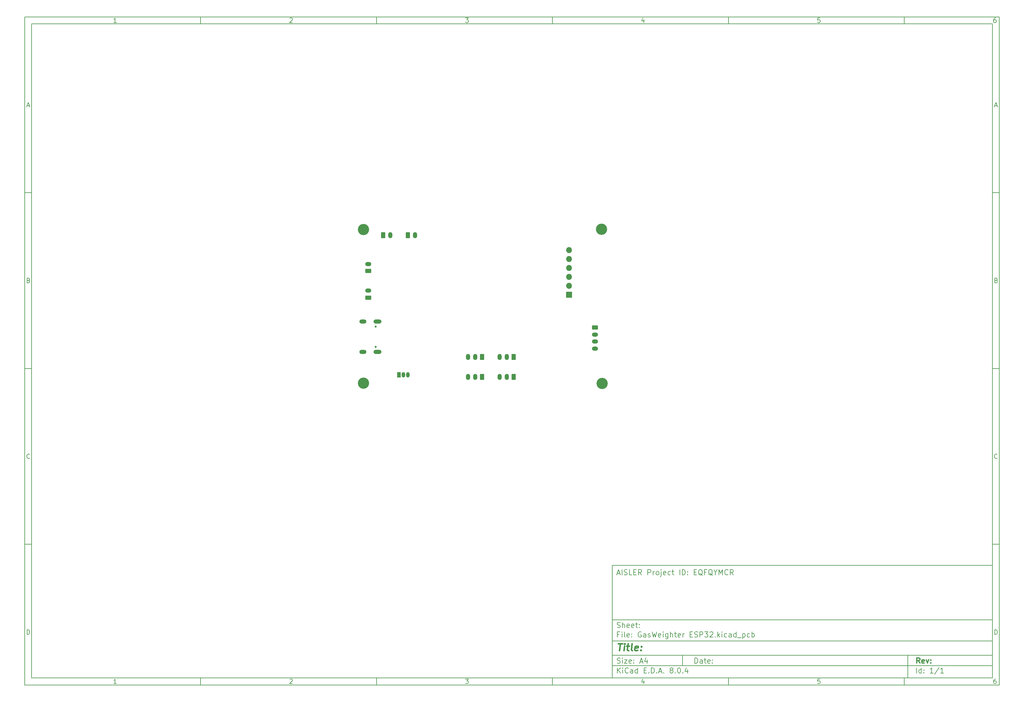
<source format=gbr>
%TF.GenerationSoftware,KiCad,Pcbnew,8.0.4*%
%TF.CreationDate,2024-08-29T22:36:47+02:00*%
%TF.ProjectId,GasWeighter ESP32,47617357-6569-4676-9874-657220455350,rev?*%
%TF.SameCoordinates,Original*%
%TF.FileFunction,Soldermask,Bot*%
%TF.FilePolarity,Negative*%
%FSLAX46Y46*%
G04 Gerber Fmt 4.6, Leading zero omitted, Abs format (unit mm)*
G04 Created by KiCad (PCBNEW 8.0.4) date 2024-08-29 22:36:47*
%MOMM*%
%LPD*%
G01*
G04 APERTURE LIST*
G04 Aperture macros list*
%AMRoundRect*
0 Rectangle with rounded corners*
0 $1 Rounding radius*
0 $2 $3 $4 $5 $6 $7 $8 $9 X,Y pos of 4 corners*
0 Add a 4 corners polygon primitive as box body*
4,1,4,$2,$3,$4,$5,$6,$7,$8,$9,$2,$3,0*
0 Add four circle primitives for the rounded corners*
1,1,$1+$1,$2,$3*
1,1,$1+$1,$4,$5*
1,1,$1+$1,$6,$7*
1,1,$1+$1,$8,$9*
0 Add four rect primitives between the rounded corners*
20,1,$1+$1,$2,$3,$4,$5,0*
20,1,$1+$1,$4,$5,$6,$7,0*
20,1,$1+$1,$6,$7,$8,$9,0*
20,1,$1+$1,$8,$9,$2,$3,0*%
G04 Aperture macros list end*
%ADD10C,0.100000*%
%ADD11C,0.150000*%
%ADD12C,0.300000*%
%ADD13C,0.400000*%
%ADD14C,3.200000*%
%ADD15RoundRect,0.250000X-0.350000X-0.625000X0.350000X-0.625000X0.350000X0.625000X-0.350000X0.625000X0*%
%ADD16O,1.200000X1.750000*%
%ADD17RoundRect,0.250000X0.350000X0.625000X-0.350000X0.625000X-0.350000X-0.625000X0.350000X-0.625000X0*%
%ADD18C,0.600000*%
%ADD19O,2.300000X1.200000*%
%ADD20O,2.000000X1.200000*%
%ADD21R,1.700000X1.700000*%
%ADD22O,1.700000X1.700000*%
%ADD23R,1.050000X1.500000*%
%ADD24O,1.050000X1.500000*%
%ADD25RoundRect,0.250000X0.625000X-0.350000X0.625000X0.350000X-0.625000X0.350000X-0.625000X-0.350000X0*%
%ADD26O,1.750000X1.200000*%
%ADD27RoundRect,0.250000X-0.625000X0.350000X-0.625000X-0.350000X0.625000X-0.350000X0.625000X0.350000X0*%
G04 APERTURE END LIST*
D10*
D11*
X177002200Y-166007200D02*
X285002200Y-166007200D01*
X285002200Y-198007200D01*
X177002200Y-198007200D01*
X177002200Y-166007200D01*
D10*
D11*
X10000000Y-10000000D02*
X287002200Y-10000000D01*
X287002200Y-200007200D01*
X10000000Y-200007200D01*
X10000000Y-10000000D01*
D10*
D11*
X12000000Y-12000000D02*
X285002200Y-12000000D01*
X285002200Y-198007200D01*
X12000000Y-198007200D01*
X12000000Y-12000000D01*
D10*
D11*
X60000000Y-12000000D02*
X60000000Y-10000000D01*
D10*
D11*
X110000000Y-12000000D02*
X110000000Y-10000000D01*
D10*
D11*
X160000000Y-12000000D02*
X160000000Y-10000000D01*
D10*
D11*
X210000000Y-12000000D02*
X210000000Y-10000000D01*
D10*
D11*
X260000000Y-12000000D02*
X260000000Y-10000000D01*
D10*
D11*
X36089160Y-11593604D02*
X35346303Y-11593604D01*
X35717731Y-11593604D02*
X35717731Y-10293604D01*
X35717731Y-10293604D02*
X35593922Y-10479319D01*
X35593922Y-10479319D02*
X35470112Y-10603128D01*
X35470112Y-10603128D02*
X35346303Y-10665033D01*
D10*
D11*
X85346303Y-10417414D02*
X85408207Y-10355509D01*
X85408207Y-10355509D02*
X85532017Y-10293604D01*
X85532017Y-10293604D02*
X85841541Y-10293604D01*
X85841541Y-10293604D02*
X85965350Y-10355509D01*
X85965350Y-10355509D02*
X86027255Y-10417414D01*
X86027255Y-10417414D02*
X86089160Y-10541223D01*
X86089160Y-10541223D02*
X86089160Y-10665033D01*
X86089160Y-10665033D02*
X86027255Y-10850747D01*
X86027255Y-10850747D02*
X85284398Y-11593604D01*
X85284398Y-11593604D02*
X86089160Y-11593604D01*
D10*
D11*
X135284398Y-10293604D02*
X136089160Y-10293604D01*
X136089160Y-10293604D02*
X135655826Y-10788842D01*
X135655826Y-10788842D02*
X135841541Y-10788842D01*
X135841541Y-10788842D02*
X135965350Y-10850747D01*
X135965350Y-10850747D02*
X136027255Y-10912652D01*
X136027255Y-10912652D02*
X136089160Y-11036461D01*
X136089160Y-11036461D02*
X136089160Y-11345985D01*
X136089160Y-11345985D02*
X136027255Y-11469795D01*
X136027255Y-11469795D02*
X135965350Y-11531700D01*
X135965350Y-11531700D02*
X135841541Y-11593604D01*
X135841541Y-11593604D02*
X135470112Y-11593604D01*
X135470112Y-11593604D02*
X135346303Y-11531700D01*
X135346303Y-11531700D02*
X135284398Y-11469795D01*
D10*
D11*
X185965350Y-10726938D02*
X185965350Y-11593604D01*
X185655826Y-10231700D02*
X185346303Y-11160271D01*
X185346303Y-11160271D02*
X186151064Y-11160271D01*
D10*
D11*
X236027255Y-10293604D02*
X235408207Y-10293604D01*
X235408207Y-10293604D02*
X235346303Y-10912652D01*
X235346303Y-10912652D02*
X235408207Y-10850747D01*
X235408207Y-10850747D02*
X235532017Y-10788842D01*
X235532017Y-10788842D02*
X235841541Y-10788842D01*
X235841541Y-10788842D02*
X235965350Y-10850747D01*
X235965350Y-10850747D02*
X236027255Y-10912652D01*
X236027255Y-10912652D02*
X236089160Y-11036461D01*
X236089160Y-11036461D02*
X236089160Y-11345985D01*
X236089160Y-11345985D02*
X236027255Y-11469795D01*
X236027255Y-11469795D02*
X235965350Y-11531700D01*
X235965350Y-11531700D02*
X235841541Y-11593604D01*
X235841541Y-11593604D02*
X235532017Y-11593604D01*
X235532017Y-11593604D02*
X235408207Y-11531700D01*
X235408207Y-11531700D02*
X235346303Y-11469795D01*
D10*
D11*
X285965350Y-10293604D02*
X285717731Y-10293604D01*
X285717731Y-10293604D02*
X285593922Y-10355509D01*
X285593922Y-10355509D02*
X285532017Y-10417414D01*
X285532017Y-10417414D02*
X285408207Y-10603128D01*
X285408207Y-10603128D02*
X285346303Y-10850747D01*
X285346303Y-10850747D02*
X285346303Y-11345985D01*
X285346303Y-11345985D02*
X285408207Y-11469795D01*
X285408207Y-11469795D02*
X285470112Y-11531700D01*
X285470112Y-11531700D02*
X285593922Y-11593604D01*
X285593922Y-11593604D02*
X285841541Y-11593604D01*
X285841541Y-11593604D02*
X285965350Y-11531700D01*
X285965350Y-11531700D02*
X286027255Y-11469795D01*
X286027255Y-11469795D02*
X286089160Y-11345985D01*
X286089160Y-11345985D02*
X286089160Y-11036461D01*
X286089160Y-11036461D02*
X286027255Y-10912652D01*
X286027255Y-10912652D02*
X285965350Y-10850747D01*
X285965350Y-10850747D02*
X285841541Y-10788842D01*
X285841541Y-10788842D02*
X285593922Y-10788842D01*
X285593922Y-10788842D02*
X285470112Y-10850747D01*
X285470112Y-10850747D02*
X285408207Y-10912652D01*
X285408207Y-10912652D02*
X285346303Y-11036461D01*
D10*
D11*
X60000000Y-198007200D02*
X60000000Y-200007200D01*
D10*
D11*
X110000000Y-198007200D02*
X110000000Y-200007200D01*
D10*
D11*
X160000000Y-198007200D02*
X160000000Y-200007200D01*
D10*
D11*
X210000000Y-198007200D02*
X210000000Y-200007200D01*
D10*
D11*
X260000000Y-198007200D02*
X260000000Y-200007200D01*
D10*
D11*
X36089160Y-199600804D02*
X35346303Y-199600804D01*
X35717731Y-199600804D02*
X35717731Y-198300804D01*
X35717731Y-198300804D02*
X35593922Y-198486519D01*
X35593922Y-198486519D02*
X35470112Y-198610328D01*
X35470112Y-198610328D02*
X35346303Y-198672233D01*
D10*
D11*
X85346303Y-198424614D02*
X85408207Y-198362709D01*
X85408207Y-198362709D02*
X85532017Y-198300804D01*
X85532017Y-198300804D02*
X85841541Y-198300804D01*
X85841541Y-198300804D02*
X85965350Y-198362709D01*
X85965350Y-198362709D02*
X86027255Y-198424614D01*
X86027255Y-198424614D02*
X86089160Y-198548423D01*
X86089160Y-198548423D02*
X86089160Y-198672233D01*
X86089160Y-198672233D02*
X86027255Y-198857947D01*
X86027255Y-198857947D02*
X85284398Y-199600804D01*
X85284398Y-199600804D02*
X86089160Y-199600804D01*
D10*
D11*
X135284398Y-198300804D02*
X136089160Y-198300804D01*
X136089160Y-198300804D02*
X135655826Y-198796042D01*
X135655826Y-198796042D02*
X135841541Y-198796042D01*
X135841541Y-198796042D02*
X135965350Y-198857947D01*
X135965350Y-198857947D02*
X136027255Y-198919852D01*
X136027255Y-198919852D02*
X136089160Y-199043661D01*
X136089160Y-199043661D02*
X136089160Y-199353185D01*
X136089160Y-199353185D02*
X136027255Y-199476995D01*
X136027255Y-199476995D02*
X135965350Y-199538900D01*
X135965350Y-199538900D02*
X135841541Y-199600804D01*
X135841541Y-199600804D02*
X135470112Y-199600804D01*
X135470112Y-199600804D02*
X135346303Y-199538900D01*
X135346303Y-199538900D02*
X135284398Y-199476995D01*
D10*
D11*
X185965350Y-198734138D02*
X185965350Y-199600804D01*
X185655826Y-198238900D02*
X185346303Y-199167471D01*
X185346303Y-199167471D02*
X186151064Y-199167471D01*
D10*
D11*
X236027255Y-198300804D02*
X235408207Y-198300804D01*
X235408207Y-198300804D02*
X235346303Y-198919852D01*
X235346303Y-198919852D02*
X235408207Y-198857947D01*
X235408207Y-198857947D02*
X235532017Y-198796042D01*
X235532017Y-198796042D02*
X235841541Y-198796042D01*
X235841541Y-198796042D02*
X235965350Y-198857947D01*
X235965350Y-198857947D02*
X236027255Y-198919852D01*
X236027255Y-198919852D02*
X236089160Y-199043661D01*
X236089160Y-199043661D02*
X236089160Y-199353185D01*
X236089160Y-199353185D02*
X236027255Y-199476995D01*
X236027255Y-199476995D02*
X235965350Y-199538900D01*
X235965350Y-199538900D02*
X235841541Y-199600804D01*
X235841541Y-199600804D02*
X235532017Y-199600804D01*
X235532017Y-199600804D02*
X235408207Y-199538900D01*
X235408207Y-199538900D02*
X235346303Y-199476995D01*
D10*
D11*
X285965350Y-198300804D02*
X285717731Y-198300804D01*
X285717731Y-198300804D02*
X285593922Y-198362709D01*
X285593922Y-198362709D02*
X285532017Y-198424614D01*
X285532017Y-198424614D02*
X285408207Y-198610328D01*
X285408207Y-198610328D02*
X285346303Y-198857947D01*
X285346303Y-198857947D02*
X285346303Y-199353185D01*
X285346303Y-199353185D02*
X285408207Y-199476995D01*
X285408207Y-199476995D02*
X285470112Y-199538900D01*
X285470112Y-199538900D02*
X285593922Y-199600804D01*
X285593922Y-199600804D02*
X285841541Y-199600804D01*
X285841541Y-199600804D02*
X285965350Y-199538900D01*
X285965350Y-199538900D02*
X286027255Y-199476995D01*
X286027255Y-199476995D02*
X286089160Y-199353185D01*
X286089160Y-199353185D02*
X286089160Y-199043661D01*
X286089160Y-199043661D02*
X286027255Y-198919852D01*
X286027255Y-198919852D02*
X285965350Y-198857947D01*
X285965350Y-198857947D02*
X285841541Y-198796042D01*
X285841541Y-198796042D02*
X285593922Y-198796042D01*
X285593922Y-198796042D02*
X285470112Y-198857947D01*
X285470112Y-198857947D02*
X285408207Y-198919852D01*
X285408207Y-198919852D02*
X285346303Y-199043661D01*
D10*
D11*
X10000000Y-60000000D02*
X12000000Y-60000000D01*
D10*
D11*
X10000000Y-110000000D02*
X12000000Y-110000000D01*
D10*
D11*
X10000000Y-160000000D02*
X12000000Y-160000000D01*
D10*
D11*
X10690476Y-35222176D02*
X11309523Y-35222176D01*
X10566666Y-35593604D02*
X10999999Y-34293604D01*
X10999999Y-34293604D02*
X11433333Y-35593604D01*
D10*
D11*
X11092857Y-84912652D02*
X11278571Y-84974557D01*
X11278571Y-84974557D02*
X11340476Y-85036461D01*
X11340476Y-85036461D02*
X11402380Y-85160271D01*
X11402380Y-85160271D02*
X11402380Y-85345985D01*
X11402380Y-85345985D02*
X11340476Y-85469795D01*
X11340476Y-85469795D02*
X11278571Y-85531700D01*
X11278571Y-85531700D02*
X11154761Y-85593604D01*
X11154761Y-85593604D02*
X10659523Y-85593604D01*
X10659523Y-85593604D02*
X10659523Y-84293604D01*
X10659523Y-84293604D02*
X11092857Y-84293604D01*
X11092857Y-84293604D02*
X11216666Y-84355509D01*
X11216666Y-84355509D02*
X11278571Y-84417414D01*
X11278571Y-84417414D02*
X11340476Y-84541223D01*
X11340476Y-84541223D02*
X11340476Y-84665033D01*
X11340476Y-84665033D02*
X11278571Y-84788842D01*
X11278571Y-84788842D02*
X11216666Y-84850747D01*
X11216666Y-84850747D02*
X11092857Y-84912652D01*
X11092857Y-84912652D02*
X10659523Y-84912652D01*
D10*
D11*
X11402380Y-135469795D02*
X11340476Y-135531700D01*
X11340476Y-135531700D02*
X11154761Y-135593604D01*
X11154761Y-135593604D02*
X11030952Y-135593604D01*
X11030952Y-135593604D02*
X10845238Y-135531700D01*
X10845238Y-135531700D02*
X10721428Y-135407890D01*
X10721428Y-135407890D02*
X10659523Y-135284080D01*
X10659523Y-135284080D02*
X10597619Y-135036461D01*
X10597619Y-135036461D02*
X10597619Y-134850747D01*
X10597619Y-134850747D02*
X10659523Y-134603128D01*
X10659523Y-134603128D02*
X10721428Y-134479319D01*
X10721428Y-134479319D02*
X10845238Y-134355509D01*
X10845238Y-134355509D02*
X11030952Y-134293604D01*
X11030952Y-134293604D02*
X11154761Y-134293604D01*
X11154761Y-134293604D02*
X11340476Y-134355509D01*
X11340476Y-134355509D02*
X11402380Y-134417414D01*
D10*
D11*
X10659523Y-185593604D02*
X10659523Y-184293604D01*
X10659523Y-184293604D02*
X10969047Y-184293604D01*
X10969047Y-184293604D02*
X11154761Y-184355509D01*
X11154761Y-184355509D02*
X11278571Y-184479319D01*
X11278571Y-184479319D02*
X11340476Y-184603128D01*
X11340476Y-184603128D02*
X11402380Y-184850747D01*
X11402380Y-184850747D02*
X11402380Y-185036461D01*
X11402380Y-185036461D02*
X11340476Y-185284080D01*
X11340476Y-185284080D02*
X11278571Y-185407890D01*
X11278571Y-185407890D02*
X11154761Y-185531700D01*
X11154761Y-185531700D02*
X10969047Y-185593604D01*
X10969047Y-185593604D02*
X10659523Y-185593604D01*
D10*
D11*
X287002200Y-60000000D02*
X285002200Y-60000000D01*
D10*
D11*
X287002200Y-110000000D02*
X285002200Y-110000000D01*
D10*
D11*
X287002200Y-160000000D02*
X285002200Y-160000000D01*
D10*
D11*
X285692676Y-35222176D02*
X286311723Y-35222176D01*
X285568866Y-35593604D02*
X286002199Y-34293604D01*
X286002199Y-34293604D02*
X286435533Y-35593604D01*
D10*
D11*
X286095057Y-84912652D02*
X286280771Y-84974557D01*
X286280771Y-84974557D02*
X286342676Y-85036461D01*
X286342676Y-85036461D02*
X286404580Y-85160271D01*
X286404580Y-85160271D02*
X286404580Y-85345985D01*
X286404580Y-85345985D02*
X286342676Y-85469795D01*
X286342676Y-85469795D02*
X286280771Y-85531700D01*
X286280771Y-85531700D02*
X286156961Y-85593604D01*
X286156961Y-85593604D02*
X285661723Y-85593604D01*
X285661723Y-85593604D02*
X285661723Y-84293604D01*
X285661723Y-84293604D02*
X286095057Y-84293604D01*
X286095057Y-84293604D02*
X286218866Y-84355509D01*
X286218866Y-84355509D02*
X286280771Y-84417414D01*
X286280771Y-84417414D02*
X286342676Y-84541223D01*
X286342676Y-84541223D02*
X286342676Y-84665033D01*
X286342676Y-84665033D02*
X286280771Y-84788842D01*
X286280771Y-84788842D02*
X286218866Y-84850747D01*
X286218866Y-84850747D02*
X286095057Y-84912652D01*
X286095057Y-84912652D02*
X285661723Y-84912652D01*
D10*
D11*
X286404580Y-135469795D02*
X286342676Y-135531700D01*
X286342676Y-135531700D02*
X286156961Y-135593604D01*
X286156961Y-135593604D02*
X286033152Y-135593604D01*
X286033152Y-135593604D02*
X285847438Y-135531700D01*
X285847438Y-135531700D02*
X285723628Y-135407890D01*
X285723628Y-135407890D02*
X285661723Y-135284080D01*
X285661723Y-135284080D02*
X285599819Y-135036461D01*
X285599819Y-135036461D02*
X285599819Y-134850747D01*
X285599819Y-134850747D02*
X285661723Y-134603128D01*
X285661723Y-134603128D02*
X285723628Y-134479319D01*
X285723628Y-134479319D02*
X285847438Y-134355509D01*
X285847438Y-134355509D02*
X286033152Y-134293604D01*
X286033152Y-134293604D02*
X286156961Y-134293604D01*
X286156961Y-134293604D02*
X286342676Y-134355509D01*
X286342676Y-134355509D02*
X286404580Y-134417414D01*
D10*
D11*
X285661723Y-185593604D02*
X285661723Y-184293604D01*
X285661723Y-184293604D02*
X285971247Y-184293604D01*
X285971247Y-184293604D02*
X286156961Y-184355509D01*
X286156961Y-184355509D02*
X286280771Y-184479319D01*
X286280771Y-184479319D02*
X286342676Y-184603128D01*
X286342676Y-184603128D02*
X286404580Y-184850747D01*
X286404580Y-184850747D02*
X286404580Y-185036461D01*
X286404580Y-185036461D02*
X286342676Y-185284080D01*
X286342676Y-185284080D02*
X286280771Y-185407890D01*
X286280771Y-185407890D02*
X286156961Y-185531700D01*
X286156961Y-185531700D02*
X285971247Y-185593604D01*
X285971247Y-185593604D02*
X285661723Y-185593604D01*
D10*
D11*
X200458026Y-193793328D02*
X200458026Y-192293328D01*
X200458026Y-192293328D02*
X200815169Y-192293328D01*
X200815169Y-192293328D02*
X201029455Y-192364757D01*
X201029455Y-192364757D02*
X201172312Y-192507614D01*
X201172312Y-192507614D02*
X201243741Y-192650471D01*
X201243741Y-192650471D02*
X201315169Y-192936185D01*
X201315169Y-192936185D02*
X201315169Y-193150471D01*
X201315169Y-193150471D02*
X201243741Y-193436185D01*
X201243741Y-193436185D02*
X201172312Y-193579042D01*
X201172312Y-193579042D02*
X201029455Y-193721900D01*
X201029455Y-193721900D02*
X200815169Y-193793328D01*
X200815169Y-193793328D02*
X200458026Y-193793328D01*
X202600884Y-193793328D02*
X202600884Y-193007614D01*
X202600884Y-193007614D02*
X202529455Y-192864757D01*
X202529455Y-192864757D02*
X202386598Y-192793328D01*
X202386598Y-192793328D02*
X202100884Y-192793328D01*
X202100884Y-192793328D02*
X201958026Y-192864757D01*
X202600884Y-193721900D02*
X202458026Y-193793328D01*
X202458026Y-193793328D02*
X202100884Y-193793328D01*
X202100884Y-193793328D02*
X201958026Y-193721900D01*
X201958026Y-193721900D02*
X201886598Y-193579042D01*
X201886598Y-193579042D02*
X201886598Y-193436185D01*
X201886598Y-193436185D02*
X201958026Y-193293328D01*
X201958026Y-193293328D02*
X202100884Y-193221900D01*
X202100884Y-193221900D02*
X202458026Y-193221900D01*
X202458026Y-193221900D02*
X202600884Y-193150471D01*
X203100884Y-192793328D02*
X203672312Y-192793328D01*
X203315169Y-192293328D02*
X203315169Y-193579042D01*
X203315169Y-193579042D02*
X203386598Y-193721900D01*
X203386598Y-193721900D02*
X203529455Y-193793328D01*
X203529455Y-193793328D02*
X203672312Y-193793328D01*
X204743741Y-193721900D02*
X204600884Y-193793328D01*
X204600884Y-193793328D02*
X204315170Y-193793328D01*
X204315170Y-193793328D02*
X204172312Y-193721900D01*
X204172312Y-193721900D02*
X204100884Y-193579042D01*
X204100884Y-193579042D02*
X204100884Y-193007614D01*
X204100884Y-193007614D02*
X204172312Y-192864757D01*
X204172312Y-192864757D02*
X204315170Y-192793328D01*
X204315170Y-192793328D02*
X204600884Y-192793328D01*
X204600884Y-192793328D02*
X204743741Y-192864757D01*
X204743741Y-192864757D02*
X204815170Y-193007614D01*
X204815170Y-193007614D02*
X204815170Y-193150471D01*
X204815170Y-193150471D02*
X204100884Y-193293328D01*
X205458026Y-193650471D02*
X205529455Y-193721900D01*
X205529455Y-193721900D02*
X205458026Y-193793328D01*
X205458026Y-193793328D02*
X205386598Y-193721900D01*
X205386598Y-193721900D02*
X205458026Y-193650471D01*
X205458026Y-193650471D02*
X205458026Y-193793328D01*
X205458026Y-192864757D02*
X205529455Y-192936185D01*
X205529455Y-192936185D02*
X205458026Y-193007614D01*
X205458026Y-193007614D02*
X205386598Y-192936185D01*
X205386598Y-192936185D02*
X205458026Y-192864757D01*
X205458026Y-192864757D02*
X205458026Y-193007614D01*
D10*
D11*
X177002200Y-194507200D02*
X285002200Y-194507200D01*
D10*
D11*
X178458026Y-196593328D02*
X178458026Y-195093328D01*
X179315169Y-196593328D02*
X178672312Y-195736185D01*
X179315169Y-195093328D02*
X178458026Y-195950471D01*
X179958026Y-196593328D02*
X179958026Y-195593328D01*
X179958026Y-195093328D02*
X179886598Y-195164757D01*
X179886598Y-195164757D02*
X179958026Y-195236185D01*
X179958026Y-195236185D02*
X180029455Y-195164757D01*
X180029455Y-195164757D02*
X179958026Y-195093328D01*
X179958026Y-195093328D02*
X179958026Y-195236185D01*
X181529455Y-196450471D02*
X181458027Y-196521900D01*
X181458027Y-196521900D02*
X181243741Y-196593328D01*
X181243741Y-196593328D02*
X181100884Y-196593328D01*
X181100884Y-196593328D02*
X180886598Y-196521900D01*
X180886598Y-196521900D02*
X180743741Y-196379042D01*
X180743741Y-196379042D02*
X180672312Y-196236185D01*
X180672312Y-196236185D02*
X180600884Y-195950471D01*
X180600884Y-195950471D02*
X180600884Y-195736185D01*
X180600884Y-195736185D02*
X180672312Y-195450471D01*
X180672312Y-195450471D02*
X180743741Y-195307614D01*
X180743741Y-195307614D02*
X180886598Y-195164757D01*
X180886598Y-195164757D02*
X181100884Y-195093328D01*
X181100884Y-195093328D02*
X181243741Y-195093328D01*
X181243741Y-195093328D02*
X181458027Y-195164757D01*
X181458027Y-195164757D02*
X181529455Y-195236185D01*
X182815170Y-196593328D02*
X182815170Y-195807614D01*
X182815170Y-195807614D02*
X182743741Y-195664757D01*
X182743741Y-195664757D02*
X182600884Y-195593328D01*
X182600884Y-195593328D02*
X182315170Y-195593328D01*
X182315170Y-195593328D02*
X182172312Y-195664757D01*
X182815170Y-196521900D02*
X182672312Y-196593328D01*
X182672312Y-196593328D02*
X182315170Y-196593328D01*
X182315170Y-196593328D02*
X182172312Y-196521900D01*
X182172312Y-196521900D02*
X182100884Y-196379042D01*
X182100884Y-196379042D02*
X182100884Y-196236185D01*
X182100884Y-196236185D02*
X182172312Y-196093328D01*
X182172312Y-196093328D02*
X182315170Y-196021900D01*
X182315170Y-196021900D02*
X182672312Y-196021900D01*
X182672312Y-196021900D02*
X182815170Y-195950471D01*
X184172313Y-196593328D02*
X184172313Y-195093328D01*
X184172313Y-196521900D02*
X184029455Y-196593328D01*
X184029455Y-196593328D02*
X183743741Y-196593328D01*
X183743741Y-196593328D02*
X183600884Y-196521900D01*
X183600884Y-196521900D02*
X183529455Y-196450471D01*
X183529455Y-196450471D02*
X183458027Y-196307614D01*
X183458027Y-196307614D02*
X183458027Y-195879042D01*
X183458027Y-195879042D02*
X183529455Y-195736185D01*
X183529455Y-195736185D02*
X183600884Y-195664757D01*
X183600884Y-195664757D02*
X183743741Y-195593328D01*
X183743741Y-195593328D02*
X184029455Y-195593328D01*
X184029455Y-195593328D02*
X184172313Y-195664757D01*
X186029455Y-195807614D02*
X186529455Y-195807614D01*
X186743741Y-196593328D02*
X186029455Y-196593328D01*
X186029455Y-196593328D02*
X186029455Y-195093328D01*
X186029455Y-195093328D02*
X186743741Y-195093328D01*
X187386598Y-196450471D02*
X187458027Y-196521900D01*
X187458027Y-196521900D02*
X187386598Y-196593328D01*
X187386598Y-196593328D02*
X187315170Y-196521900D01*
X187315170Y-196521900D02*
X187386598Y-196450471D01*
X187386598Y-196450471D02*
X187386598Y-196593328D01*
X188100884Y-196593328D02*
X188100884Y-195093328D01*
X188100884Y-195093328D02*
X188458027Y-195093328D01*
X188458027Y-195093328D02*
X188672313Y-195164757D01*
X188672313Y-195164757D02*
X188815170Y-195307614D01*
X188815170Y-195307614D02*
X188886599Y-195450471D01*
X188886599Y-195450471D02*
X188958027Y-195736185D01*
X188958027Y-195736185D02*
X188958027Y-195950471D01*
X188958027Y-195950471D02*
X188886599Y-196236185D01*
X188886599Y-196236185D02*
X188815170Y-196379042D01*
X188815170Y-196379042D02*
X188672313Y-196521900D01*
X188672313Y-196521900D02*
X188458027Y-196593328D01*
X188458027Y-196593328D02*
X188100884Y-196593328D01*
X189600884Y-196450471D02*
X189672313Y-196521900D01*
X189672313Y-196521900D02*
X189600884Y-196593328D01*
X189600884Y-196593328D02*
X189529456Y-196521900D01*
X189529456Y-196521900D02*
X189600884Y-196450471D01*
X189600884Y-196450471D02*
X189600884Y-196593328D01*
X190243742Y-196164757D02*
X190958028Y-196164757D01*
X190100885Y-196593328D02*
X190600885Y-195093328D01*
X190600885Y-195093328D02*
X191100885Y-196593328D01*
X191600884Y-196450471D02*
X191672313Y-196521900D01*
X191672313Y-196521900D02*
X191600884Y-196593328D01*
X191600884Y-196593328D02*
X191529456Y-196521900D01*
X191529456Y-196521900D02*
X191600884Y-196450471D01*
X191600884Y-196450471D02*
X191600884Y-196593328D01*
X193672313Y-195736185D02*
X193529456Y-195664757D01*
X193529456Y-195664757D02*
X193458027Y-195593328D01*
X193458027Y-195593328D02*
X193386599Y-195450471D01*
X193386599Y-195450471D02*
X193386599Y-195379042D01*
X193386599Y-195379042D02*
X193458027Y-195236185D01*
X193458027Y-195236185D02*
X193529456Y-195164757D01*
X193529456Y-195164757D02*
X193672313Y-195093328D01*
X193672313Y-195093328D02*
X193958027Y-195093328D01*
X193958027Y-195093328D02*
X194100885Y-195164757D01*
X194100885Y-195164757D02*
X194172313Y-195236185D01*
X194172313Y-195236185D02*
X194243742Y-195379042D01*
X194243742Y-195379042D02*
X194243742Y-195450471D01*
X194243742Y-195450471D02*
X194172313Y-195593328D01*
X194172313Y-195593328D02*
X194100885Y-195664757D01*
X194100885Y-195664757D02*
X193958027Y-195736185D01*
X193958027Y-195736185D02*
X193672313Y-195736185D01*
X193672313Y-195736185D02*
X193529456Y-195807614D01*
X193529456Y-195807614D02*
X193458027Y-195879042D01*
X193458027Y-195879042D02*
X193386599Y-196021900D01*
X193386599Y-196021900D02*
X193386599Y-196307614D01*
X193386599Y-196307614D02*
X193458027Y-196450471D01*
X193458027Y-196450471D02*
X193529456Y-196521900D01*
X193529456Y-196521900D02*
X193672313Y-196593328D01*
X193672313Y-196593328D02*
X193958027Y-196593328D01*
X193958027Y-196593328D02*
X194100885Y-196521900D01*
X194100885Y-196521900D02*
X194172313Y-196450471D01*
X194172313Y-196450471D02*
X194243742Y-196307614D01*
X194243742Y-196307614D02*
X194243742Y-196021900D01*
X194243742Y-196021900D02*
X194172313Y-195879042D01*
X194172313Y-195879042D02*
X194100885Y-195807614D01*
X194100885Y-195807614D02*
X193958027Y-195736185D01*
X194886598Y-196450471D02*
X194958027Y-196521900D01*
X194958027Y-196521900D02*
X194886598Y-196593328D01*
X194886598Y-196593328D02*
X194815170Y-196521900D01*
X194815170Y-196521900D02*
X194886598Y-196450471D01*
X194886598Y-196450471D02*
X194886598Y-196593328D01*
X195886599Y-195093328D02*
X196029456Y-195093328D01*
X196029456Y-195093328D02*
X196172313Y-195164757D01*
X196172313Y-195164757D02*
X196243742Y-195236185D01*
X196243742Y-195236185D02*
X196315170Y-195379042D01*
X196315170Y-195379042D02*
X196386599Y-195664757D01*
X196386599Y-195664757D02*
X196386599Y-196021900D01*
X196386599Y-196021900D02*
X196315170Y-196307614D01*
X196315170Y-196307614D02*
X196243742Y-196450471D01*
X196243742Y-196450471D02*
X196172313Y-196521900D01*
X196172313Y-196521900D02*
X196029456Y-196593328D01*
X196029456Y-196593328D02*
X195886599Y-196593328D01*
X195886599Y-196593328D02*
X195743742Y-196521900D01*
X195743742Y-196521900D02*
X195672313Y-196450471D01*
X195672313Y-196450471D02*
X195600884Y-196307614D01*
X195600884Y-196307614D02*
X195529456Y-196021900D01*
X195529456Y-196021900D02*
X195529456Y-195664757D01*
X195529456Y-195664757D02*
X195600884Y-195379042D01*
X195600884Y-195379042D02*
X195672313Y-195236185D01*
X195672313Y-195236185D02*
X195743742Y-195164757D01*
X195743742Y-195164757D02*
X195886599Y-195093328D01*
X197029455Y-196450471D02*
X197100884Y-196521900D01*
X197100884Y-196521900D02*
X197029455Y-196593328D01*
X197029455Y-196593328D02*
X196958027Y-196521900D01*
X196958027Y-196521900D02*
X197029455Y-196450471D01*
X197029455Y-196450471D02*
X197029455Y-196593328D01*
X198386599Y-195593328D02*
X198386599Y-196593328D01*
X198029456Y-195021900D02*
X197672313Y-196093328D01*
X197672313Y-196093328D02*
X198600884Y-196093328D01*
D10*
D11*
X177002200Y-191507200D02*
X285002200Y-191507200D01*
D10*
D12*
X264413853Y-193785528D02*
X263913853Y-193071242D01*
X263556710Y-193785528D02*
X263556710Y-192285528D01*
X263556710Y-192285528D02*
X264128139Y-192285528D01*
X264128139Y-192285528D02*
X264270996Y-192356957D01*
X264270996Y-192356957D02*
X264342425Y-192428385D01*
X264342425Y-192428385D02*
X264413853Y-192571242D01*
X264413853Y-192571242D02*
X264413853Y-192785528D01*
X264413853Y-192785528D02*
X264342425Y-192928385D01*
X264342425Y-192928385D02*
X264270996Y-192999814D01*
X264270996Y-192999814D02*
X264128139Y-193071242D01*
X264128139Y-193071242D02*
X263556710Y-193071242D01*
X265628139Y-193714100D02*
X265485282Y-193785528D01*
X265485282Y-193785528D02*
X265199568Y-193785528D01*
X265199568Y-193785528D02*
X265056710Y-193714100D01*
X265056710Y-193714100D02*
X264985282Y-193571242D01*
X264985282Y-193571242D02*
X264985282Y-192999814D01*
X264985282Y-192999814D02*
X265056710Y-192856957D01*
X265056710Y-192856957D02*
X265199568Y-192785528D01*
X265199568Y-192785528D02*
X265485282Y-192785528D01*
X265485282Y-192785528D02*
X265628139Y-192856957D01*
X265628139Y-192856957D02*
X265699568Y-192999814D01*
X265699568Y-192999814D02*
X265699568Y-193142671D01*
X265699568Y-193142671D02*
X264985282Y-193285528D01*
X266199567Y-192785528D02*
X266556710Y-193785528D01*
X266556710Y-193785528D02*
X266913853Y-192785528D01*
X267485281Y-193642671D02*
X267556710Y-193714100D01*
X267556710Y-193714100D02*
X267485281Y-193785528D01*
X267485281Y-193785528D02*
X267413853Y-193714100D01*
X267413853Y-193714100D02*
X267485281Y-193642671D01*
X267485281Y-193642671D02*
X267485281Y-193785528D01*
X267485281Y-192856957D02*
X267556710Y-192928385D01*
X267556710Y-192928385D02*
X267485281Y-192999814D01*
X267485281Y-192999814D02*
X267413853Y-192928385D01*
X267413853Y-192928385D02*
X267485281Y-192856957D01*
X267485281Y-192856957D02*
X267485281Y-192999814D01*
D10*
D11*
X178386598Y-193721900D02*
X178600884Y-193793328D01*
X178600884Y-193793328D02*
X178958026Y-193793328D01*
X178958026Y-193793328D02*
X179100884Y-193721900D01*
X179100884Y-193721900D02*
X179172312Y-193650471D01*
X179172312Y-193650471D02*
X179243741Y-193507614D01*
X179243741Y-193507614D02*
X179243741Y-193364757D01*
X179243741Y-193364757D02*
X179172312Y-193221900D01*
X179172312Y-193221900D02*
X179100884Y-193150471D01*
X179100884Y-193150471D02*
X178958026Y-193079042D01*
X178958026Y-193079042D02*
X178672312Y-193007614D01*
X178672312Y-193007614D02*
X178529455Y-192936185D01*
X178529455Y-192936185D02*
X178458026Y-192864757D01*
X178458026Y-192864757D02*
X178386598Y-192721900D01*
X178386598Y-192721900D02*
X178386598Y-192579042D01*
X178386598Y-192579042D02*
X178458026Y-192436185D01*
X178458026Y-192436185D02*
X178529455Y-192364757D01*
X178529455Y-192364757D02*
X178672312Y-192293328D01*
X178672312Y-192293328D02*
X179029455Y-192293328D01*
X179029455Y-192293328D02*
X179243741Y-192364757D01*
X179886597Y-193793328D02*
X179886597Y-192793328D01*
X179886597Y-192293328D02*
X179815169Y-192364757D01*
X179815169Y-192364757D02*
X179886597Y-192436185D01*
X179886597Y-192436185D02*
X179958026Y-192364757D01*
X179958026Y-192364757D02*
X179886597Y-192293328D01*
X179886597Y-192293328D02*
X179886597Y-192436185D01*
X180458026Y-192793328D02*
X181243741Y-192793328D01*
X181243741Y-192793328D02*
X180458026Y-193793328D01*
X180458026Y-193793328D02*
X181243741Y-193793328D01*
X182386598Y-193721900D02*
X182243741Y-193793328D01*
X182243741Y-193793328D02*
X181958027Y-193793328D01*
X181958027Y-193793328D02*
X181815169Y-193721900D01*
X181815169Y-193721900D02*
X181743741Y-193579042D01*
X181743741Y-193579042D02*
X181743741Y-193007614D01*
X181743741Y-193007614D02*
X181815169Y-192864757D01*
X181815169Y-192864757D02*
X181958027Y-192793328D01*
X181958027Y-192793328D02*
X182243741Y-192793328D01*
X182243741Y-192793328D02*
X182386598Y-192864757D01*
X182386598Y-192864757D02*
X182458027Y-193007614D01*
X182458027Y-193007614D02*
X182458027Y-193150471D01*
X182458027Y-193150471D02*
X181743741Y-193293328D01*
X183100883Y-193650471D02*
X183172312Y-193721900D01*
X183172312Y-193721900D02*
X183100883Y-193793328D01*
X183100883Y-193793328D02*
X183029455Y-193721900D01*
X183029455Y-193721900D02*
X183100883Y-193650471D01*
X183100883Y-193650471D02*
X183100883Y-193793328D01*
X183100883Y-192864757D02*
X183172312Y-192936185D01*
X183172312Y-192936185D02*
X183100883Y-193007614D01*
X183100883Y-193007614D02*
X183029455Y-192936185D01*
X183029455Y-192936185D02*
X183100883Y-192864757D01*
X183100883Y-192864757D02*
X183100883Y-193007614D01*
X184886598Y-193364757D02*
X185600884Y-193364757D01*
X184743741Y-193793328D02*
X185243741Y-192293328D01*
X185243741Y-192293328D02*
X185743741Y-193793328D01*
X186886598Y-192793328D02*
X186886598Y-193793328D01*
X186529455Y-192221900D02*
X186172312Y-193293328D01*
X186172312Y-193293328D02*
X187100883Y-193293328D01*
D10*
D11*
X263458026Y-196593328D02*
X263458026Y-195093328D01*
X264815170Y-196593328D02*
X264815170Y-195093328D01*
X264815170Y-196521900D02*
X264672312Y-196593328D01*
X264672312Y-196593328D02*
X264386598Y-196593328D01*
X264386598Y-196593328D02*
X264243741Y-196521900D01*
X264243741Y-196521900D02*
X264172312Y-196450471D01*
X264172312Y-196450471D02*
X264100884Y-196307614D01*
X264100884Y-196307614D02*
X264100884Y-195879042D01*
X264100884Y-195879042D02*
X264172312Y-195736185D01*
X264172312Y-195736185D02*
X264243741Y-195664757D01*
X264243741Y-195664757D02*
X264386598Y-195593328D01*
X264386598Y-195593328D02*
X264672312Y-195593328D01*
X264672312Y-195593328D02*
X264815170Y-195664757D01*
X265529455Y-196450471D02*
X265600884Y-196521900D01*
X265600884Y-196521900D02*
X265529455Y-196593328D01*
X265529455Y-196593328D02*
X265458027Y-196521900D01*
X265458027Y-196521900D02*
X265529455Y-196450471D01*
X265529455Y-196450471D02*
X265529455Y-196593328D01*
X265529455Y-195664757D02*
X265600884Y-195736185D01*
X265600884Y-195736185D02*
X265529455Y-195807614D01*
X265529455Y-195807614D02*
X265458027Y-195736185D01*
X265458027Y-195736185D02*
X265529455Y-195664757D01*
X265529455Y-195664757D02*
X265529455Y-195807614D01*
X268172313Y-196593328D02*
X267315170Y-196593328D01*
X267743741Y-196593328D02*
X267743741Y-195093328D01*
X267743741Y-195093328D02*
X267600884Y-195307614D01*
X267600884Y-195307614D02*
X267458027Y-195450471D01*
X267458027Y-195450471D02*
X267315170Y-195521900D01*
X269886598Y-195021900D02*
X268600884Y-196950471D01*
X271172313Y-196593328D02*
X270315170Y-196593328D01*
X270743741Y-196593328D02*
X270743741Y-195093328D01*
X270743741Y-195093328D02*
X270600884Y-195307614D01*
X270600884Y-195307614D02*
X270458027Y-195450471D01*
X270458027Y-195450471D02*
X270315170Y-195521900D01*
D10*
D11*
X177002200Y-187507200D02*
X285002200Y-187507200D01*
D10*
D13*
X178693928Y-188211638D02*
X179836785Y-188211638D01*
X179015357Y-190211638D02*
X179265357Y-188211638D01*
X180253452Y-190211638D02*
X180420119Y-188878304D01*
X180503452Y-188211638D02*
X180396309Y-188306876D01*
X180396309Y-188306876D02*
X180479643Y-188402114D01*
X180479643Y-188402114D02*
X180586786Y-188306876D01*
X180586786Y-188306876D02*
X180503452Y-188211638D01*
X180503452Y-188211638D02*
X180479643Y-188402114D01*
X181086786Y-188878304D02*
X181848690Y-188878304D01*
X181455833Y-188211638D02*
X181241548Y-189925923D01*
X181241548Y-189925923D02*
X181312976Y-190116400D01*
X181312976Y-190116400D02*
X181491548Y-190211638D01*
X181491548Y-190211638D02*
X181682024Y-190211638D01*
X182634405Y-190211638D02*
X182455833Y-190116400D01*
X182455833Y-190116400D02*
X182384405Y-189925923D01*
X182384405Y-189925923D02*
X182598690Y-188211638D01*
X184170119Y-190116400D02*
X183967738Y-190211638D01*
X183967738Y-190211638D02*
X183586785Y-190211638D01*
X183586785Y-190211638D02*
X183408214Y-190116400D01*
X183408214Y-190116400D02*
X183336785Y-189925923D01*
X183336785Y-189925923D02*
X183432024Y-189164019D01*
X183432024Y-189164019D02*
X183551071Y-188973542D01*
X183551071Y-188973542D02*
X183753452Y-188878304D01*
X183753452Y-188878304D02*
X184134404Y-188878304D01*
X184134404Y-188878304D02*
X184312976Y-188973542D01*
X184312976Y-188973542D02*
X184384404Y-189164019D01*
X184384404Y-189164019D02*
X184360595Y-189354495D01*
X184360595Y-189354495D02*
X183384404Y-189544971D01*
X185134405Y-190021161D02*
X185217738Y-190116400D01*
X185217738Y-190116400D02*
X185110595Y-190211638D01*
X185110595Y-190211638D02*
X185027262Y-190116400D01*
X185027262Y-190116400D02*
X185134405Y-190021161D01*
X185134405Y-190021161D02*
X185110595Y-190211638D01*
X185265357Y-188973542D02*
X185348690Y-189068780D01*
X185348690Y-189068780D02*
X185241548Y-189164019D01*
X185241548Y-189164019D02*
X185158214Y-189068780D01*
X185158214Y-189068780D02*
X185265357Y-188973542D01*
X185265357Y-188973542D02*
X185241548Y-189164019D01*
D10*
D11*
X178958026Y-185607614D02*
X178458026Y-185607614D01*
X178458026Y-186393328D02*
X178458026Y-184893328D01*
X178458026Y-184893328D02*
X179172312Y-184893328D01*
X179743740Y-186393328D02*
X179743740Y-185393328D01*
X179743740Y-184893328D02*
X179672312Y-184964757D01*
X179672312Y-184964757D02*
X179743740Y-185036185D01*
X179743740Y-185036185D02*
X179815169Y-184964757D01*
X179815169Y-184964757D02*
X179743740Y-184893328D01*
X179743740Y-184893328D02*
X179743740Y-185036185D01*
X180672312Y-186393328D02*
X180529455Y-186321900D01*
X180529455Y-186321900D02*
X180458026Y-186179042D01*
X180458026Y-186179042D02*
X180458026Y-184893328D01*
X181815169Y-186321900D02*
X181672312Y-186393328D01*
X181672312Y-186393328D02*
X181386598Y-186393328D01*
X181386598Y-186393328D02*
X181243740Y-186321900D01*
X181243740Y-186321900D02*
X181172312Y-186179042D01*
X181172312Y-186179042D02*
X181172312Y-185607614D01*
X181172312Y-185607614D02*
X181243740Y-185464757D01*
X181243740Y-185464757D02*
X181386598Y-185393328D01*
X181386598Y-185393328D02*
X181672312Y-185393328D01*
X181672312Y-185393328D02*
X181815169Y-185464757D01*
X181815169Y-185464757D02*
X181886598Y-185607614D01*
X181886598Y-185607614D02*
X181886598Y-185750471D01*
X181886598Y-185750471D02*
X181172312Y-185893328D01*
X182529454Y-186250471D02*
X182600883Y-186321900D01*
X182600883Y-186321900D02*
X182529454Y-186393328D01*
X182529454Y-186393328D02*
X182458026Y-186321900D01*
X182458026Y-186321900D02*
X182529454Y-186250471D01*
X182529454Y-186250471D02*
X182529454Y-186393328D01*
X182529454Y-185464757D02*
X182600883Y-185536185D01*
X182600883Y-185536185D02*
X182529454Y-185607614D01*
X182529454Y-185607614D02*
X182458026Y-185536185D01*
X182458026Y-185536185D02*
X182529454Y-185464757D01*
X182529454Y-185464757D02*
X182529454Y-185607614D01*
X185172312Y-184964757D02*
X185029455Y-184893328D01*
X185029455Y-184893328D02*
X184815169Y-184893328D01*
X184815169Y-184893328D02*
X184600883Y-184964757D01*
X184600883Y-184964757D02*
X184458026Y-185107614D01*
X184458026Y-185107614D02*
X184386597Y-185250471D01*
X184386597Y-185250471D02*
X184315169Y-185536185D01*
X184315169Y-185536185D02*
X184315169Y-185750471D01*
X184315169Y-185750471D02*
X184386597Y-186036185D01*
X184386597Y-186036185D02*
X184458026Y-186179042D01*
X184458026Y-186179042D02*
X184600883Y-186321900D01*
X184600883Y-186321900D02*
X184815169Y-186393328D01*
X184815169Y-186393328D02*
X184958026Y-186393328D01*
X184958026Y-186393328D02*
X185172312Y-186321900D01*
X185172312Y-186321900D02*
X185243740Y-186250471D01*
X185243740Y-186250471D02*
X185243740Y-185750471D01*
X185243740Y-185750471D02*
X184958026Y-185750471D01*
X186529455Y-186393328D02*
X186529455Y-185607614D01*
X186529455Y-185607614D02*
X186458026Y-185464757D01*
X186458026Y-185464757D02*
X186315169Y-185393328D01*
X186315169Y-185393328D02*
X186029455Y-185393328D01*
X186029455Y-185393328D02*
X185886597Y-185464757D01*
X186529455Y-186321900D02*
X186386597Y-186393328D01*
X186386597Y-186393328D02*
X186029455Y-186393328D01*
X186029455Y-186393328D02*
X185886597Y-186321900D01*
X185886597Y-186321900D02*
X185815169Y-186179042D01*
X185815169Y-186179042D02*
X185815169Y-186036185D01*
X185815169Y-186036185D02*
X185886597Y-185893328D01*
X185886597Y-185893328D02*
X186029455Y-185821900D01*
X186029455Y-185821900D02*
X186386597Y-185821900D01*
X186386597Y-185821900D02*
X186529455Y-185750471D01*
X187172312Y-186321900D02*
X187315169Y-186393328D01*
X187315169Y-186393328D02*
X187600883Y-186393328D01*
X187600883Y-186393328D02*
X187743740Y-186321900D01*
X187743740Y-186321900D02*
X187815169Y-186179042D01*
X187815169Y-186179042D02*
X187815169Y-186107614D01*
X187815169Y-186107614D02*
X187743740Y-185964757D01*
X187743740Y-185964757D02*
X187600883Y-185893328D01*
X187600883Y-185893328D02*
X187386598Y-185893328D01*
X187386598Y-185893328D02*
X187243740Y-185821900D01*
X187243740Y-185821900D02*
X187172312Y-185679042D01*
X187172312Y-185679042D02*
X187172312Y-185607614D01*
X187172312Y-185607614D02*
X187243740Y-185464757D01*
X187243740Y-185464757D02*
X187386598Y-185393328D01*
X187386598Y-185393328D02*
X187600883Y-185393328D01*
X187600883Y-185393328D02*
X187743740Y-185464757D01*
X188315169Y-184893328D02*
X188672312Y-186393328D01*
X188672312Y-186393328D02*
X188958026Y-185321900D01*
X188958026Y-185321900D02*
X189243741Y-186393328D01*
X189243741Y-186393328D02*
X189600884Y-184893328D01*
X190743741Y-186321900D02*
X190600884Y-186393328D01*
X190600884Y-186393328D02*
X190315170Y-186393328D01*
X190315170Y-186393328D02*
X190172312Y-186321900D01*
X190172312Y-186321900D02*
X190100884Y-186179042D01*
X190100884Y-186179042D02*
X190100884Y-185607614D01*
X190100884Y-185607614D02*
X190172312Y-185464757D01*
X190172312Y-185464757D02*
X190315170Y-185393328D01*
X190315170Y-185393328D02*
X190600884Y-185393328D01*
X190600884Y-185393328D02*
X190743741Y-185464757D01*
X190743741Y-185464757D02*
X190815170Y-185607614D01*
X190815170Y-185607614D02*
X190815170Y-185750471D01*
X190815170Y-185750471D02*
X190100884Y-185893328D01*
X191458026Y-186393328D02*
X191458026Y-185393328D01*
X191458026Y-184893328D02*
X191386598Y-184964757D01*
X191386598Y-184964757D02*
X191458026Y-185036185D01*
X191458026Y-185036185D02*
X191529455Y-184964757D01*
X191529455Y-184964757D02*
X191458026Y-184893328D01*
X191458026Y-184893328D02*
X191458026Y-185036185D01*
X192815170Y-185393328D02*
X192815170Y-186607614D01*
X192815170Y-186607614D02*
X192743741Y-186750471D01*
X192743741Y-186750471D02*
X192672312Y-186821900D01*
X192672312Y-186821900D02*
X192529455Y-186893328D01*
X192529455Y-186893328D02*
X192315170Y-186893328D01*
X192315170Y-186893328D02*
X192172312Y-186821900D01*
X192815170Y-186321900D02*
X192672312Y-186393328D01*
X192672312Y-186393328D02*
X192386598Y-186393328D01*
X192386598Y-186393328D02*
X192243741Y-186321900D01*
X192243741Y-186321900D02*
X192172312Y-186250471D01*
X192172312Y-186250471D02*
X192100884Y-186107614D01*
X192100884Y-186107614D02*
X192100884Y-185679042D01*
X192100884Y-185679042D02*
X192172312Y-185536185D01*
X192172312Y-185536185D02*
X192243741Y-185464757D01*
X192243741Y-185464757D02*
X192386598Y-185393328D01*
X192386598Y-185393328D02*
X192672312Y-185393328D01*
X192672312Y-185393328D02*
X192815170Y-185464757D01*
X193529455Y-186393328D02*
X193529455Y-184893328D01*
X194172313Y-186393328D02*
X194172313Y-185607614D01*
X194172313Y-185607614D02*
X194100884Y-185464757D01*
X194100884Y-185464757D02*
X193958027Y-185393328D01*
X193958027Y-185393328D02*
X193743741Y-185393328D01*
X193743741Y-185393328D02*
X193600884Y-185464757D01*
X193600884Y-185464757D02*
X193529455Y-185536185D01*
X194672313Y-185393328D02*
X195243741Y-185393328D01*
X194886598Y-184893328D02*
X194886598Y-186179042D01*
X194886598Y-186179042D02*
X194958027Y-186321900D01*
X194958027Y-186321900D02*
X195100884Y-186393328D01*
X195100884Y-186393328D02*
X195243741Y-186393328D01*
X196315170Y-186321900D02*
X196172313Y-186393328D01*
X196172313Y-186393328D02*
X195886599Y-186393328D01*
X195886599Y-186393328D02*
X195743741Y-186321900D01*
X195743741Y-186321900D02*
X195672313Y-186179042D01*
X195672313Y-186179042D02*
X195672313Y-185607614D01*
X195672313Y-185607614D02*
X195743741Y-185464757D01*
X195743741Y-185464757D02*
X195886599Y-185393328D01*
X195886599Y-185393328D02*
X196172313Y-185393328D01*
X196172313Y-185393328D02*
X196315170Y-185464757D01*
X196315170Y-185464757D02*
X196386599Y-185607614D01*
X196386599Y-185607614D02*
X196386599Y-185750471D01*
X196386599Y-185750471D02*
X195672313Y-185893328D01*
X197029455Y-186393328D02*
X197029455Y-185393328D01*
X197029455Y-185679042D02*
X197100884Y-185536185D01*
X197100884Y-185536185D02*
X197172313Y-185464757D01*
X197172313Y-185464757D02*
X197315170Y-185393328D01*
X197315170Y-185393328D02*
X197458027Y-185393328D01*
X199100883Y-185607614D02*
X199600883Y-185607614D01*
X199815169Y-186393328D02*
X199100883Y-186393328D01*
X199100883Y-186393328D02*
X199100883Y-184893328D01*
X199100883Y-184893328D02*
X199815169Y-184893328D01*
X200386598Y-186321900D02*
X200600884Y-186393328D01*
X200600884Y-186393328D02*
X200958026Y-186393328D01*
X200958026Y-186393328D02*
X201100884Y-186321900D01*
X201100884Y-186321900D02*
X201172312Y-186250471D01*
X201172312Y-186250471D02*
X201243741Y-186107614D01*
X201243741Y-186107614D02*
X201243741Y-185964757D01*
X201243741Y-185964757D02*
X201172312Y-185821900D01*
X201172312Y-185821900D02*
X201100884Y-185750471D01*
X201100884Y-185750471D02*
X200958026Y-185679042D01*
X200958026Y-185679042D02*
X200672312Y-185607614D01*
X200672312Y-185607614D02*
X200529455Y-185536185D01*
X200529455Y-185536185D02*
X200458026Y-185464757D01*
X200458026Y-185464757D02*
X200386598Y-185321900D01*
X200386598Y-185321900D02*
X200386598Y-185179042D01*
X200386598Y-185179042D02*
X200458026Y-185036185D01*
X200458026Y-185036185D02*
X200529455Y-184964757D01*
X200529455Y-184964757D02*
X200672312Y-184893328D01*
X200672312Y-184893328D02*
X201029455Y-184893328D01*
X201029455Y-184893328D02*
X201243741Y-184964757D01*
X201886597Y-186393328D02*
X201886597Y-184893328D01*
X201886597Y-184893328D02*
X202458026Y-184893328D01*
X202458026Y-184893328D02*
X202600883Y-184964757D01*
X202600883Y-184964757D02*
X202672312Y-185036185D01*
X202672312Y-185036185D02*
X202743740Y-185179042D01*
X202743740Y-185179042D02*
X202743740Y-185393328D01*
X202743740Y-185393328D02*
X202672312Y-185536185D01*
X202672312Y-185536185D02*
X202600883Y-185607614D01*
X202600883Y-185607614D02*
X202458026Y-185679042D01*
X202458026Y-185679042D02*
X201886597Y-185679042D01*
X203243740Y-184893328D02*
X204172312Y-184893328D01*
X204172312Y-184893328D02*
X203672312Y-185464757D01*
X203672312Y-185464757D02*
X203886597Y-185464757D01*
X203886597Y-185464757D02*
X204029455Y-185536185D01*
X204029455Y-185536185D02*
X204100883Y-185607614D01*
X204100883Y-185607614D02*
X204172312Y-185750471D01*
X204172312Y-185750471D02*
X204172312Y-186107614D01*
X204172312Y-186107614D02*
X204100883Y-186250471D01*
X204100883Y-186250471D02*
X204029455Y-186321900D01*
X204029455Y-186321900D02*
X203886597Y-186393328D01*
X203886597Y-186393328D02*
X203458026Y-186393328D01*
X203458026Y-186393328D02*
X203315169Y-186321900D01*
X203315169Y-186321900D02*
X203243740Y-186250471D01*
X204743740Y-185036185D02*
X204815168Y-184964757D01*
X204815168Y-184964757D02*
X204958026Y-184893328D01*
X204958026Y-184893328D02*
X205315168Y-184893328D01*
X205315168Y-184893328D02*
X205458026Y-184964757D01*
X205458026Y-184964757D02*
X205529454Y-185036185D01*
X205529454Y-185036185D02*
X205600883Y-185179042D01*
X205600883Y-185179042D02*
X205600883Y-185321900D01*
X205600883Y-185321900D02*
X205529454Y-185536185D01*
X205529454Y-185536185D02*
X204672311Y-186393328D01*
X204672311Y-186393328D02*
X205600883Y-186393328D01*
X206243739Y-186250471D02*
X206315168Y-186321900D01*
X206315168Y-186321900D02*
X206243739Y-186393328D01*
X206243739Y-186393328D02*
X206172311Y-186321900D01*
X206172311Y-186321900D02*
X206243739Y-186250471D01*
X206243739Y-186250471D02*
X206243739Y-186393328D01*
X206958025Y-186393328D02*
X206958025Y-184893328D01*
X207100883Y-185821900D02*
X207529454Y-186393328D01*
X207529454Y-185393328D02*
X206958025Y-185964757D01*
X208172311Y-186393328D02*
X208172311Y-185393328D01*
X208172311Y-184893328D02*
X208100883Y-184964757D01*
X208100883Y-184964757D02*
X208172311Y-185036185D01*
X208172311Y-185036185D02*
X208243740Y-184964757D01*
X208243740Y-184964757D02*
X208172311Y-184893328D01*
X208172311Y-184893328D02*
X208172311Y-185036185D01*
X209529455Y-186321900D02*
X209386597Y-186393328D01*
X209386597Y-186393328D02*
X209100883Y-186393328D01*
X209100883Y-186393328D02*
X208958026Y-186321900D01*
X208958026Y-186321900D02*
X208886597Y-186250471D01*
X208886597Y-186250471D02*
X208815169Y-186107614D01*
X208815169Y-186107614D02*
X208815169Y-185679042D01*
X208815169Y-185679042D02*
X208886597Y-185536185D01*
X208886597Y-185536185D02*
X208958026Y-185464757D01*
X208958026Y-185464757D02*
X209100883Y-185393328D01*
X209100883Y-185393328D02*
X209386597Y-185393328D01*
X209386597Y-185393328D02*
X209529455Y-185464757D01*
X210815169Y-186393328D02*
X210815169Y-185607614D01*
X210815169Y-185607614D02*
X210743740Y-185464757D01*
X210743740Y-185464757D02*
X210600883Y-185393328D01*
X210600883Y-185393328D02*
X210315169Y-185393328D01*
X210315169Y-185393328D02*
X210172311Y-185464757D01*
X210815169Y-186321900D02*
X210672311Y-186393328D01*
X210672311Y-186393328D02*
X210315169Y-186393328D01*
X210315169Y-186393328D02*
X210172311Y-186321900D01*
X210172311Y-186321900D02*
X210100883Y-186179042D01*
X210100883Y-186179042D02*
X210100883Y-186036185D01*
X210100883Y-186036185D02*
X210172311Y-185893328D01*
X210172311Y-185893328D02*
X210315169Y-185821900D01*
X210315169Y-185821900D02*
X210672311Y-185821900D01*
X210672311Y-185821900D02*
X210815169Y-185750471D01*
X212172312Y-186393328D02*
X212172312Y-184893328D01*
X212172312Y-186321900D02*
X212029454Y-186393328D01*
X212029454Y-186393328D02*
X211743740Y-186393328D01*
X211743740Y-186393328D02*
X211600883Y-186321900D01*
X211600883Y-186321900D02*
X211529454Y-186250471D01*
X211529454Y-186250471D02*
X211458026Y-186107614D01*
X211458026Y-186107614D02*
X211458026Y-185679042D01*
X211458026Y-185679042D02*
X211529454Y-185536185D01*
X211529454Y-185536185D02*
X211600883Y-185464757D01*
X211600883Y-185464757D02*
X211743740Y-185393328D01*
X211743740Y-185393328D02*
X212029454Y-185393328D01*
X212029454Y-185393328D02*
X212172312Y-185464757D01*
X212529455Y-186536185D02*
X213672312Y-186536185D01*
X214029454Y-185393328D02*
X214029454Y-186893328D01*
X214029454Y-185464757D02*
X214172312Y-185393328D01*
X214172312Y-185393328D02*
X214458026Y-185393328D01*
X214458026Y-185393328D02*
X214600883Y-185464757D01*
X214600883Y-185464757D02*
X214672312Y-185536185D01*
X214672312Y-185536185D02*
X214743740Y-185679042D01*
X214743740Y-185679042D02*
X214743740Y-186107614D01*
X214743740Y-186107614D02*
X214672312Y-186250471D01*
X214672312Y-186250471D02*
X214600883Y-186321900D01*
X214600883Y-186321900D02*
X214458026Y-186393328D01*
X214458026Y-186393328D02*
X214172312Y-186393328D01*
X214172312Y-186393328D02*
X214029454Y-186321900D01*
X216029455Y-186321900D02*
X215886597Y-186393328D01*
X215886597Y-186393328D02*
X215600883Y-186393328D01*
X215600883Y-186393328D02*
X215458026Y-186321900D01*
X215458026Y-186321900D02*
X215386597Y-186250471D01*
X215386597Y-186250471D02*
X215315169Y-186107614D01*
X215315169Y-186107614D02*
X215315169Y-185679042D01*
X215315169Y-185679042D02*
X215386597Y-185536185D01*
X215386597Y-185536185D02*
X215458026Y-185464757D01*
X215458026Y-185464757D02*
X215600883Y-185393328D01*
X215600883Y-185393328D02*
X215886597Y-185393328D01*
X215886597Y-185393328D02*
X216029455Y-185464757D01*
X216672311Y-186393328D02*
X216672311Y-184893328D01*
X216672311Y-185464757D02*
X216815169Y-185393328D01*
X216815169Y-185393328D02*
X217100883Y-185393328D01*
X217100883Y-185393328D02*
X217243740Y-185464757D01*
X217243740Y-185464757D02*
X217315169Y-185536185D01*
X217315169Y-185536185D02*
X217386597Y-185679042D01*
X217386597Y-185679042D02*
X217386597Y-186107614D01*
X217386597Y-186107614D02*
X217315169Y-186250471D01*
X217315169Y-186250471D02*
X217243740Y-186321900D01*
X217243740Y-186321900D02*
X217100883Y-186393328D01*
X217100883Y-186393328D02*
X216815169Y-186393328D01*
X216815169Y-186393328D02*
X216672311Y-186321900D01*
D10*
D11*
X177002200Y-181507200D02*
X285002200Y-181507200D01*
D10*
D11*
X178386598Y-183621900D02*
X178600884Y-183693328D01*
X178600884Y-183693328D02*
X178958026Y-183693328D01*
X178958026Y-183693328D02*
X179100884Y-183621900D01*
X179100884Y-183621900D02*
X179172312Y-183550471D01*
X179172312Y-183550471D02*
X179243741Y-183407614D01*
X179243741Y-183407614D02*
X179243741Y-183264757D01*
X179243741Y-183264757D02*
X179172312Y-183121900D01*
X179172312Y-183121900D02*
X179100884Y-183050471D01*
X179100884Y-183050471D02*
X178958026Y-182979042D01*
X178958026Y-182979042D02*
X178672312Y-182907614D01*
X178672312Y-182907614D02*
X178529455Y-182836185D01*
X178529455Y-182836185D02*
X178458026Y-182764757D01*
X178458026Y-182764757D02*
X178386598Y-182621900D01*
X178386598Y-182621900D02*
X178386598Y-182479042D01*
X178386598Y-182479042D02*
X178458026Y-182336185D01*
X178458026Y-182336185D02*
X178529455Y-182264757D01*
X178529455Y-182264757D02*
X178672312Y-182193328D01*
X178672312Y-182193328D02*
X179029455Y-182193328D01*
X179029455Y-182193328D02*
X179243741Y-182264757D01*
X179886597Y-183693328D02*
X179886597Y-182193328D01*
X180529455Y-183693328D02*
X180529455Y-182907614D01*
X180529455Y-182907614D02*
X180458026Y-182764757D01*
X180458026Y-182764757D02*
X180315169Y-182693328D01*
X180315169Y-182693328D02*
X180100883Y-182693328D01*
X180100883Y-182693328D02*
X179958026Y-182764757D01*
X179958026Y-182764757D02*
X179886597Y-182836185D01*
X181815169Y-183621900D02*
X181672312Y-183693328D01*
X181672312Y-183693328D02*
X181386598Y-183693328D01*
X181386598Y-183693328D02*
X181243740Y-183621900D01*
X181243740Y-183621900D02*
X181172312Y-183479042D01*
X181172312Y-183479042D02*
X181172312Y-182907614D01*
X181172312Y-182907614D02*
X181243740Y-182764757D01*
X181243740Y-182764757D02*
X181386598Y-182693328D01*
X181386598Y-182693328D02*
X181672312Y-182693328D01*
X181672312Y-182693328D02*
X181815169Y-182764757D01*
X181815169Y-182764757D02*
X181886598Y-182907614D01*
X181886598Y-182907614D02*
X181886598Y-183050471D01*
X181886598Y-183050471D02*
X181172312Y-183193328D01*
X183100883Y-183621900D02*
X182958026Y-183693328D01*
X182958026Y-183693328D02*
X182672312Y-183693328D01*
X182672312Y-183693328D02*
X182529454Y-183621900D01*
X182529454Y-183621900D02*
X182458026Y-183479042D01*
X182458026Y-183479042D02*
X182458026Y-182907614D01*
X182458026Y-182907614D02*
X182529454Y-182764757D01*
X182529454Y-182764757D02*
X182672312Y-182693328D01*
X182672312Y-182693328D02*
X182958026Y-182693328D01*
X182958026Y-182693328D02*
X183100883Y-182764757D01*
X183100883Y-182764757D02*
X183172312Y-182907614D01*
X183172312Y-182907614D02*
X183172312Y-183050471D01*
X183172312Y-183050471D02*
X182458026Y-183193328D01*
X183600883Y-182693328D02*
X184172311Y-182693328D01*
X183815168Y-182193328D02*
X183815168Y-183479042D01*
X183815168Y-183479042D02*
X183886597Y-183621900D01*
X183886597Y-183621900D02*
X184029454Y-183693328D01*
X184029454Y-183693328D02*
X184172311Y-183693328D01*
X184672311Y-183550471D02*
X184743740Y-183621900D01*
X184743740Y-183621900D02*
X184672311Y-183693328D01*
X184672311Y-183693328D02*
X184600883Y-183621900D01*
X184600883Y-183621900D02*
X184672311Y-183550471D01*
X184672311Y-183550471D02*
X184672311Y-183693328D01*
X184672311Y-182764757D02*
X184743740Y-182836185D01*
X184743740Y-182836185D02*
X184672311Y-182907614D01*
X184672311Y-182907614D02*
X184600883Y-182836185D01*
X184600883Y-182836185D02*
X184672311Y-182764757D01*
X184672311Y-182764757D02*
X184672311Y-182907614D01*
D10*
D11*
X178386598Y-168264757D02*
X179100884Y-168264757D01*
X178243741Y-168693328D02*
X178743741Y-167193328D01*
X178743741Y-167193328D02*
X179243741Y-168693328D01*
X179743740Y-168693328D02*
X179743740Y-167193328D01*
X180386598Y-168621900D02*
X180600884Y-168693328D01*
X180600884Y-168693328D02*
X180958026Y-168693328D01*
X180958026Y-168693328D02*
X181100884Y-168621900D01*
X181100884Y-168621900D02*
X181172312Y-168550471D01*
X181172312Y-168550471D02*
X181243741Y-168407614D01*
X181243741Y-168407614D02*
X181243741Y-168264757D01*
X181243741Y-168264757D02*
X181172312Y-168121900D01*
X181172312Y-168121900D02*
X181100884Y-168050471D01*
X181100884Y-168050471D02*
X180958026Y-167979042D01*
X180958026Y-167979042D02*
X180672312Y-167907614D01*
X180672312Y-167907614D02*
X180529455Y-167836185D01*
X180529455Y-167836185D02*
X180458026Y-167764757D01*
X180458026Y-167764757D02*
X180386598Y-167621900D01*
X180386598Y-167621900D02*
X180386598Y-167479042D01*
X180386598Y-167479042D02*
X180458026Y-167336185D01*
X180458026Y-167336185D02*
X180529455Y-167264757D01*
X180529455Y-167264757D02*
X180672312Y-167193328D01*
X180672312Y-167193328D02*
X181029455Y-167193328D01*
X181029455Y-167193328D02*
X181243741Y-167264757D01*
X182600883Y-168693328D02*
X181886597Y-168693328D01*
X181886597Y-168693328D02*
X181886597Y-167193328D01*
X183100883Y-167907614D02*
X183600883Y-167907614D01*
X183815169Y-168693328D02*
X183100883Y-168693328D01*
X183100883Y-168693328D02*
X183100883Y-167193328D01*
X183100883Y-167193328D02*
X183815169Y-167193328D01*
X185315169Y-168693328D02*
X184815169Y-167979042D01*
X184458026Y-168693328D02*
X184458026Y-167193328D01*
X184458026Y-167193328D02*
X185029455Y-167193328D01*
X185029455Y-167193328D02*
X185172312Y-167264757D01*
X185172312Y-167264757D02*
X185243741Y-167336185D01*
X185243741Y-167336185D02*
X185315169Y-167479042D01*
X185315169Y-167479042D02*
X185315169Y-167693328D01*
X185315169Y-167693328D02*
X185243741Y-167836185D01*
X185243741Y-167836185D02*
X185172312Y-167907614D01*
X185172312Y-167907614D02*
X185029455Y-167979042D01*
X185029455Y-167979042D02*
X184458026Y-167979042D01*
X187100883Y-168693328D02*
X187100883Y-167193328D01*
X187100883Y-167193328D02*
X187672312Y-167193328D01*
X187672312Y-167193328D02*
X187815169Y-167264757D01*
X187815169Y-167264757D02*
X187886598Y-167336185D01*
X187886598Y-167336185D02*
X187958026Y-167479042D01*
X187958026Y-167479042D02*
X187958026Y-167693328D01*
X187958026Y-167693328D02*
X187886598Y-167836185D01*
X187886598Y-167836185D02*
X187815169Y-167907614D01*
X187815169Y-167907614D02*
X187672312Y-167979042D01*
X187672312Y-167979042D02*
X187100883Y-167979042D01*
X188600883Y-168693328D02*
X188600883Y-167693328D01*
X188600883Y-167979042D02*
X188672312Y-167836185D01*
X188672312Y-167836185D02*
X188743741Y-167764757D01*
X188743741Y-167764757D02*
X188886598Y-167693328D01*
X188886598Y-167693328D02*
X189029455Y-167693328D01*
X189743740Y-168693328D02*
X189600883Y-168621900D01*
X189600883Y-168621900D02*
X189529454Y-168550471D01*
X189529454Y-168550471D02*
X189458026Y-168407614D01*
X189458026Y-168407614D02*
X189458026Y-167979042D01*
X189458026Y-167979042D02*
X189529454Y-167836185D01*
X189529454Y-167836185D02*
X189600883Y-167764757D01*
X189600883Y-167764757D02*
X189743740Y-167693328D01*
X189743740Y-167693328D02*
X189958026Y-167693328D01*
X189958026Y-167693328D02*
X190100883Y-167764757D01*
X190100883Y-167764757D02*
X190172312Y-167836185D01*
X190172312Y-167836185D02*
X190243740Y-167979042D01*
X190243740Y-167979042D02*
X190243740Y-168407614D01*
X190243740Y-168407614D02*
X190172312Y-168550471D01*
X190172312Y-168550471D02*
X190100883Y-168621900D01*
X190100883Y-168621900D02*
X189958026Y-168693328D01*
X189958026Y-168693328D02*
X189743740Y-168693328D01*
X190886597Y-167693328D02*
X190886597Y-168979042D01*
X190886597Y-168979042D02*
X190815169Y-169121900D01*
X190815169Y-169121900D02*
X190672312Y-169193328D01*
X190672312Y-169193328D02*
X190600883Y-169193328D01*
X190886597Y-167193328D02*
X190815169Y-167264757D01*
X190815169Y-167264757D02*
X190886597Y-167336185D01*
X190886597Y-167336185D02*
X190958026Y-167264757D01*
X190958026Y-167264757D02*
X190886597Y-167193328D01*
X190886597Y-167193328D02*
X190886597Y-167336185D01*
X192172312Y-168621900D02*
X192029455Y-168693328D01*
X192029455Y-168693328D02*
X191743741Y-168693328D01*
X191743741Y-168693328D02*
X191600883Y-168621900D01*
X191600883Y-168621900D02*
X191529455Y-168479042D01*
X191529455Y-168479042D02*
X191529455Y-167907614D01*
X191529455Y-167907614D02*
X191600883Y-167764757D01*
X191600883Y-167764757D02*
X191743741Y-167693328D01*
X191743741Y-167693328D02*
X192029455Y-167693328D01*
X192029455Y-167693328D02*
X192172312Y-167764757D01*
X192172312Y-167764757D02*
X192243741Y-167907614D01*
X192243741Y-167907614D02*
X192243741Y-168050471D01*
X192243741Y-168050471D02*
X191529455Y-168193328D01*
X193529455Y-168621900D02*
X193386597Y-168693328D01*
X193386597Y-168693328D02*
X193100883Y-168693328D01*
X193100883Y-168693328D02*
X192958026Y-168621900D01*
X192958026Y-168621900D02*
X192886597Y-168550471D01*
X192886597Y-168550471D02*
X192815169Y-168407614D01*
X192815169Y-168407614D02*
X192815169Y-167979042D01*
X192815169Y-167979042D02*
X192886597Y-167836185D01*
X192886597Y-167836185D02*
X192958026Y-167764757D01*
X192958026Y-167764757D02*
X193100883Y-167693328D01*
X193100883Y-167693328D02*
X193386597Y-167693328D01*
X193386597Y-167693328D02*
X193529455Y-167764757D01*
X193958026Y-167693328D02*
X194529454Y-167693328D01*
X194172311Y-167193328D02*
X194172311Y-168479042D01*
X194172311Y-168479042D02*
X194243740Y-168621900D01*
X194243740Y-168621900D02*
X194386597Y-168693328D01*
X194386597Y-168693328D02*
X194529454Y-168693328D01*
X196172311Y-168693328D02*
X196172311Y-167193328D01*
X196886597Y-168693328D02*
X196886597Y-167193328D01*
X196886597Y-167193328D02*
X197243740Y-167193328D01*
X197243740Y-167193328D02*
X197458026Y-167264757D01*
X197458026Y-167264757D02*
X197600883Y-167407614D01*
X197600883Y-167407614D02*
X197672312Y-167550471D01*
X197672312Y-167550471D02*
X197743740Y-167836185D01*
X197743740Y-167836185D02*
X197743740Y-168050471D01*
X197743740Y-168050471D02*
X197672312Y-168336185D01*
X197672312Y-168336185D02*
X197600883Y-168479042D01*
X197600883Y-168479042D02*
X197458026Y-168621900D01*
X197458026Y-168621900D02*
X197243740Y-168693328D01*
X197243740Y-168693328D02*
X196886597Y-168693328D01*
X198386597Y-168550471D02*
X198458026Y-168621900D01*
X198458026Y-168621900D02*
X198386597Y-168693328D01*
X198386597Y-168693328D02*
X198315169Y-168621900D01*
X198315169Y-168621900D02*
X198386597Y-168550471D01*
X198386597Y-168550471D02*
X198386597Y-168693328D01*
X198386597Y-167764757D02*
X198458026Y-167836185D01*
X198458026Y-167836185D02*
X198386597Y-167907614D01*
X198386597Y-167907614D02*
X198315169Y-167836185D01*
X198315169Y-167836185D02*
X198386597Y-167764757D01*
X198386597Y-167764757D02*
X198386597Y-167907614D01*
X200243740Y-167907614D02*
X200743740Y-167907614D01*
X200958026Y-168693328D02*
X200243740Y-168693328D01*
X200243740Y-168693328D02*
X200243740Y-167193328D01*
X200243740Y-167193328D02*
X200958026Y-167193328D01*
X202600883Y-168836185D02*
X202458026Y-168764757D01*
X202458026Y-168764757D02*
X202315169Y-168621900D01*
X202315169Y-168621900D02*
X202100883Y-168407614D01*
X202100883Y-168407614D02*
X201958026Y-168336185D01*
X201958026Y-168336185D02*
X201815169Y-168336185D01*
X201886598Y-168693328D02*
X201743741Y-168621900D01*
X201743741Y-168621900D02*
X201600883Y-168479042D01*
X201600883Y-168479042D02*
X201529455Y-168193328D01*
X201529455Y-168193328D02*
X201529455Y-167693328D01*
X201529455Y-167693328D02*
X201600883Y-167407614D01*
X201600883Y-167407614D02*
X201743741Y-167264757D01*
X201743741Y-167264757D02*
X201886598Y-167193328D01*
X201886598Y-167193328D02*
X202172312Y-167193328D01*
X202172312Y-167193328D02*
X202315169Y-167264757D01*
X202315169Y-167264757D02*
X202458026Y-167407614D01*
X202458026Y-167407614D02*
X202529455Y-167693328D01*
X202529455Y-167693328D02*
X202529455Y-168193328D01*
X202529455Y-168193328D02*
X202458026Y-168479042D01*
X202458026Y-168479042D02*
X202315169Y-168621900D01*
X202315169Y-168621900D02*
X202172312Y-168693328D01*
X202172312Y-168693328D02*
X201886598Y-168693328D01*
X203672312Y-167907614D02*
X203172312Y-167907614D01*
X203172312Y-168693328D02*
X203172312Y-167193328D01*
X203172312Y-167193328D02*
X203886598Y-167193328D01*
X205458026Y-168836185D02*
X205315169Y-168764757D01*
X205315169Y-168764757D02*
X205172312Y-168621900D01*
X205172312Y-168621900D02*
X204958026Y-168407614D01*
X204958026Y-168407614D02*
X204815169Y-168336185D01*
X204815169Y-168336185D02*
X204672312Y-168336185D01*
X204743741Y-168693328D02*
X204600884Y-168621900D01*
X204600884Y-168621900D02*
X204458026Y-168479042D01*
X204458026Y-168479042D02*
X204386598Y-168193328D01*
X204386598Y-168193328D02*
X204386598Y-167693328D01*
X204386598Y-167693328D02*
X204458026Y-167407614D01*
X204458026Y-167407614D02*
X204600884Y-167264757D01*
X204600884Y-167264757D02*
X204743741Y-167193328D01*
X204743741Y-167193328D02*
X205029455Y-167193328D01*
X205029455Y-167193328D02*
X205172312Y-167264757D01*
X205172312Y-167264757D02*
X205315169Y-167407614D01*
X205315169Y-167407614D02*
X205386598Y-167693328D01*
X205386598Y-167693328D02*
X205386598Y-168193328D01*
X205386598Y-168193328D02*
X205315169Y-168479042D01*
X205315169Y-168479042D02*
X205172312Y-168621900D01*
X205172312Y-168621900D02*
X205029455Y-168693328D01*
X205029455Y-168693328D02*
X204743741Y-168693328D01*
X206315170Y-167979042D02*
X206315170Y-168693328D01*
X205815170Y-167193328D02*
X206315170Y-167979042D01*
X206315170Y-167979042D02*
X206815170Y-167193328D01*
X207315169Y-168693328D02*
X207315169Y-167193328D01*
X207315169Y-167193328D02*
X207815169Y-168264757D01*
X207815169Y-168264757D02*
X208315169Y-167193328D01*
X208315169Y-167193328D02*
X208315169Y-168693328D01*
X209886598Y-168550471D02*
X209815170Y-168621900D01*
X209815170Y-168621900D02*
X209600884Y-168693328D01*
X209600884Y-168693328D02*
X209458027Y-168693328D01*
X209458027Y-168693328D02*
X209243741Y-168621900D01*
X209243741Y-168621900D02*
X209100884Y-168479042D01*
X209100884Y-168479042D02*
X209029455Y-168336185D01*
X209029455Y-168336185D02*
X208958027Y-168050471D01*
X208958027Y-168050471D02*
X208958027Y-167836185D01*
X208958027Y-167836185D02*
X209029455Y-167550471D01*
X209029455Y-167550471D02*
X209100884Y-167407614D01*
X209100884Y-167407614D02*
X209243741Y-167264757D01*
X209243741Y-167264757D02*
X209458027Y-167193328D01*
X209458027Y-167193328D02*
X209600884Y-167193328D01*
X209600884Y-167193328D02*
X209815170Y-167264757D01*
X209815170Y-167264757D02*
X209886598Y-167336185D01*
X211386598Y-168693328D02*
X210886598Y-167979042D01*
X210529455Y-168693328D02*
X210529455Y-167193328D01*
X210529455Y-167193328D02*
X211100884Y-167193328D01*
X211100884Y-167193328D02*
X211243741Y-167264757D01*
X211243741Y-167264757D02*
X211315170Y-167336185D01*
X211315170Y-167336185D02*
X211386598Y-167479042D01*
X211386598Y-167479042D02*
X211386598Y-167693328D01*
X211386598Y-167693328D02*
X211315170Y-167836185D01*
X211315170Y-167836185D02*
X211243741Y-167907614D01*
X211243741Y-167907614D02*
X211100884Y-167979042D01*
X211100884Y-167979042D02*
X210529455Y-167979042D01*
D10*
D11*
X197002200Y-191507200D02*
X197002200Y-194507200D01*
D10*
D11*
X261002200Y-191507200D02*
X261002200Y-198007200D01*
D14*
%TO.C,H1*%
X106250000Y-70500000D03*
%TD*%
D15*
%TO.C,J12*%
X118900000Y-72100000D03*
D16*
X120900000Y-72100000D03*
%TD*%
D17*
%TO.C,J9*%
X149000000Y-112350000D03*
D16*
X147000000Y-112350000D03*
X145000000Y-112350000D03*
%TD*%
D17*
%TO.C,J7*%
X149000000Y-106700000D03*
D16*
X147000000Y-106700000D03*
X145000000Y-106700000D03*
%TD*%
D14*
%TO.C,H3*%
X174078680Y-114221320D03*
%TD*%
D18*
%TO.C,P1*%
X109790000Y-98050000D03*
X109790000Y-103830000D03*
D19*
X110290000Y-96615000D03*
D20*
X106090000Y-96615000D03*
D19*
X110290000Y-105265000D03*
D20*
X106090000Y-105265000D03*
%TD*%
D14*
%TO.C,H2*%
X106271320Y-114200000D03*
%TD*%
%TO.C,H4*%
X173978680Y-70421320D03*
%TD*%
D21*
%TO.C,J11*%
X164700000Y-89040000D03*
D22*
X164700000Y-86500000D03*
X164700000Y-83960000D03*
X164700000Y-81420000D03*
X164700000Y-78880000D03*
X164700000Y-76340000D03*
%TD*%
D23*
%TO.C,U2*%
X116400000Y-111800000D03*
D24*
X117670000Y-111800000D03*
X118940000Y-111800000D03*
%TD*%
D17*
%TO.C,J6*%
X140000000Y-106700000D03*
D16*
X138000000Y-106700000D03*
X136000000Y-106700000D03*
%TD*%
D25*
%TO.C,J2*%
X107650000Y-82250000D03*
D26*
X107650000Y-80250000D03*
%TD*%
D15*
%TO.C,J1*%
X111900000Y-72100000D03*
D16*
X113900000Y-72100000D03*
%TD*%
D27*
%TO.C,J10*%
X172092500Y-98337500D03*
D26*
X172092500Y-100337500D03*
X172092500Y-102337500D03*
X172092500Y-104337500D03*
%TD*%
D25*
%TO.C,J3*%
X107650000Y-89850000D03*
D26*
X107650000Y-87850000D03*
%TD*%
D17*
%TO.C,J8*%
X140000000Y-112350000D03*
D16*
X138000000Y-112350000D03*
X136000000Y-112350000D03*
%TD*%
M02*

</source>
